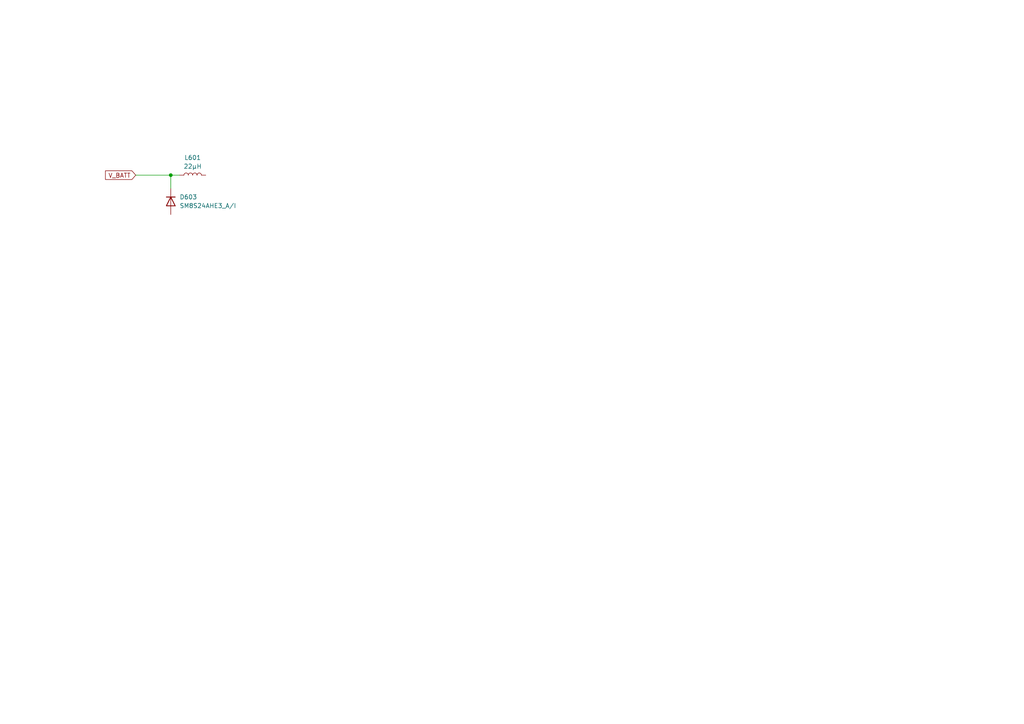
<source format=kicad_sch>
(kicad_sch (version 20250114) (generator "eeschema") (generator_version "9.0")
  (paper "A4")
  (lib_symbols
    (symbol "Device:L" (pin_numbers (hide yes)) (pin_names (offset 1.016) (hide yes))
      (property "Reference" "L" (at -1.27 0 90))
      (property "Value" "L" (at 1.905 0 90))
      (symbol "L_0_1"
        (arc (start 0 2.54) (mid 0.6323 1.905) (end 0 1.27))
        (arc (start 0 1.27) (mid 0.6323 0.635) (end 0 0))
        (arc (start 0 0) (mid 0.6323 -0.635) (end 0 -1.27))
        (arc (start 0 -1.27) (mid 0.6323 -1.905) (end 0 -2.54))
      )
      (symbol "L_1_1"
        (pin passive line (at 0 3.81 270) (length 1.27) (name "1") (number "1"))
        (pin passive line (at 0 -3.81 90) (length 1.27) (name "2") (number "2"))
      )
    )
    (symbol "Diode:BAV16W" (pin_numbers (hide yes)) (pin_names (hide yes))
      (property "Reference" "D" (at 0 2.54 0))
      (property "Value" "BAV16W" (at 0 -2.54 0))
      (symbol "BAV16W_0_1"
        (polyline (pts (xy -1.27 1.27) (xy -1.27 -1.27)) (stroke (width 0.254)))
        (polyline (pts (xy 1.27 1.27) (xy 1.27 -1.27) (xy -1.27 0) (xy 1.27 1.27)) (stroke (width 0.254)))
        (polyline (pts (xy 1.27 0) (xy -1.27 0)))
      )
      (symbol "BAV16W_1_1"
        (pin passive line (at -3.81 0 0) (length 2.54) (name "K") (number "1"))
        (pin passive line (at 3.81 0 180) (length 2.54) (name "A") (number "2"))
      )
    )
  )
  (junction (at 49.53 50.8))
  (wire (pts (xy 49.53 50.8) (xy 52.07 50.8)))
  (wire (pts (xy 49.53 50.8) (xy 49.53 54.61)))
  (wire (pts (xy 39.37 50.8) (xy 49.53 50.8)))
  (global_label "V_BATT" (shape input) (at 39.37 50.8 180) (property "Intersheetrefs" "${INTERSHEET_REFS}" (effects (hide yes))))
  (symbol (lib_id "Device:L") (at 55.88 50.8 90) (unit 1)
    (property "Reference" "L601" (at 55.88 45.72 90))
    (property "Value" "22µH" (at 55.88 48.26 90))
    (property "Description" "Inductor" (effects (hide yes)))
    (property "Farnell" "2289093" (effects (hide yes)))
  )
  (symbol (lib_id "Diode:BAV16W") (at 49.53 58.42 270) (unit 1)
    (property "Reference" "D603" (at 52.07 57.1499 90) (effects (justify left)))
    (property "Value" "SM8S24AHE3_A/I" (at 52.07 59.6899 90) (effects (justify left)))
    (property "Footprint" "Diode_SMD:D_SOD-123" (effects (hide yes)))
    (property "Description" "TVS Diode" (effects (hide yes)))
    (property "Sim.Device" "D" (effects (hide yes)))
    (property "Sim.Pins" "1=K 2=A" (effects (hide yes)))
    (property "Farnell" "2765629" (effects (hide yes)))
  )
)
</source>
